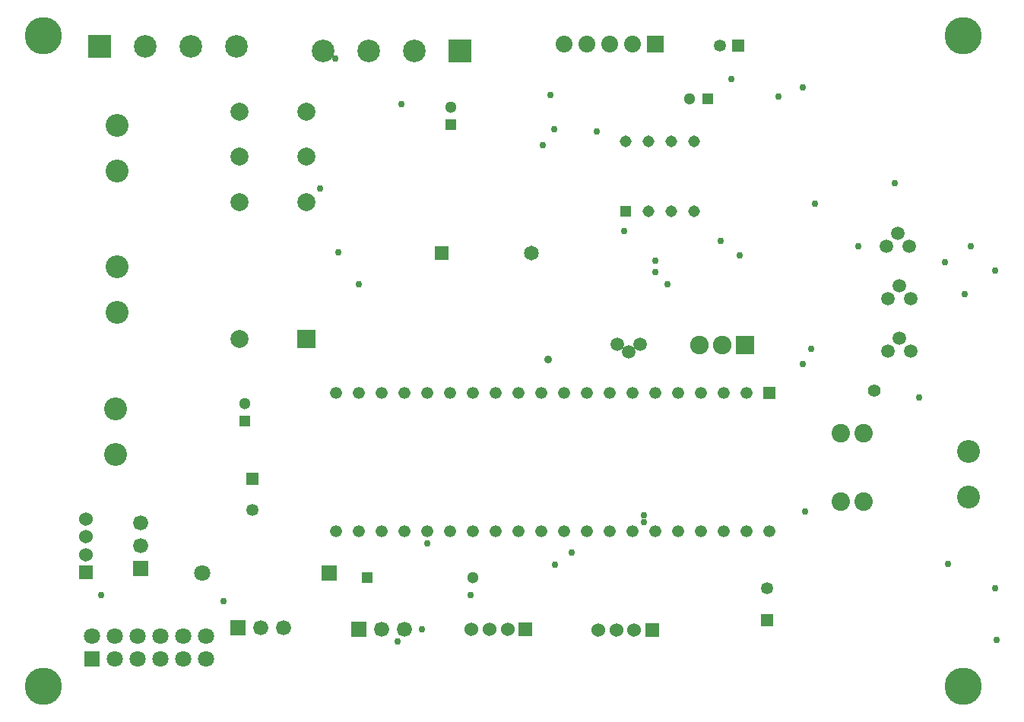
<source format=gbs>
G04*
G04 #@! TF.GenerationSoftware,Altium Limited,Altium Designer,22.2.1 (43)*
G04*
G04 Layer_Color=16711935*
%FSLAX25Y25*%
%MOIN*%
G70*
G04*
G04 #@! TF.SameCoordinates,9B2A0443-DB6B-4A28-8C2A-7826D6EB9F8E*
G04*
G04*
G04 #@! TF.FilePolarity,Negative*
G04*
G01*
G75*
%ADD26R,0.07087X0.07087*%
%ADD27C,0.07087*%
%ADD28C,0.05906*%
%ADD29R,0.06028X0.06028*%
%ADD30C,0.06028*%
%ADD31R,0.05315X0.05315*%
%ADD32C,0.05315*%
%ADD33C,0.07874*%
%ADD34R,0.07874X0.07874*%
%ADD35C,0.10039*%
%ADD36C,0.05118*%
%ADD37R,0.05118X0.05118*%
%ADD38R,0.06496X0.06496*%
%ADD39C,0.06496*%
%ADD40C,0.09921*%
%ADD41R,0.09921X0.09921*%
%ADD42C,0.08150*%
%ADD43R,0.08150X0.08150*%
%ADD44R,0.05252X0.05252*%
%ADD45C,0.05252*%
%ADD46C,0.16339*%
%ADD47C,0.05150*%
%ADD48R,0.05150X0.05150*%
%ADD49R,0.05118X0.05118*%
%ADD50C,0.06614*%
%ADD51R,0.06614X0.06614*%
%ADD52R,0.05315X0.05315*%
%ADD53C,0.07382*%
%ADD54R,0.07382X0.07382*%
%ADD55R,0.06028X0.06028*%
%ADD56R,0.06614X0.06614*%
%ADD57C,0.08091*%
%ADD58C,0.02953*%
%ADD59C,0.05591*%
%ADD60C,0.03591*%
D26*
X228000Y140000D02*
D03*
X332000Y177500D02*
D03*
D27*
X228000Y150000D02*
D03*
X238000Y140000D02*
D03*
Y150000D02*
D03*
X248000Y140000D02*
D03*
Y150000D02*
D03*
X258000Y140000D02*
D03*
Y150000D02*
D03*
X268000Y140000D02*
D03*
Y150000D02*
D03*
X278000Y140000D02*
D03*
Y150000D02*
D03*
X276488Y177500D02*
D03*
D28*
X577000Y274937D02*
D03*
X582000Y280437D02*
D03*
X587000Y274937D02*
D03*
X577000Y298000D02*
D03*
X582000Y303500D02*
D03*
X587000Y298000D02*
D03*
X576500Y321000D02*
D03*
X581500Y326500D02*
D03*
X586500Y321000D02*
D03*
X458500Y278000D02*
D03*
X463500Y274654D02*
D03*
X468500Y278000D02*
D03*
D29*
X473748Y152500D02*
D03*
X418248Y153000D02*
D03*
D30*
X465874Y152500D02*
D03*
X458000D02*
D03*
X450126D02*
D03*
X394626Y153000D02*
D03*
X402500D02*
D03*
X410374D02*
D03*
X225500Y185626D02*
D03*
Y193500D02*
D03*
Y201374D02*
D03*
D31*
X524000Y157000D02*
D03*
X298500Y219000D02*
D03*
D32*
X524000Y170780D02*
D03*
X298500Y205220D02*
D03*
X503500Y409000D02*
D03*
D33*
X322264Y379929D02*
D03*
Y360087D02*
D03*
Y340244D02*
D03*
X292736Y379929D02*
D03*
Y360087D02*
D03*
Y340244D02*
D03*
Y280165D02*
D03*
D34*
X322264D02*
D03*
D35*
X239000Y374000D02*
D03*
Y354000D02*
D03*
Y312000D02*
D03*
Y292000D02*
D03*
X238500Y229500D02*
D03*
Y249500D02*
D03*
X612500Y231000D02*
D03*
Y211000D02*
D03*
D36*
X295000Y252000D02*
D03*
X395000Y175500D02*
D03*
X385500Y382000D02*
D03*
X490126Y385500D02*
D03*
D37*
X295000Y244126D02*
D03*
X385500Y374126D02*
D03*
D38*
X381500Y318000D02*
D03*
D39*
X420870D02*
D03*
D40*
X329500Y406500D02*
D03*
X349500D02*
D03*
X369500D02*
D03*
X291500Y408500D02*
D03*
X271500D02*
D03*
X251500D02*
D03*
D41*
X389500Y406500D02*
D03*
X231500Y408500D02*
D03*
D42*
X494500Y277500D02*
D03*
X504500D02*
D03*
D43*
X514500D02*
D03*
D44*
X525000Y256500D02*
D03*
D45*
X515000D02*
D03*
X505000D02*
D03*
X495000D02*
D03*
X485000D02*
D03*
X475000D02*
D03*
X465000D02*
D03*
X455000D02*
D03*
X445000D02*
D03*
X435000D02*
D03*
X425000D02*
D03*
X415000D02*
D03*
X405000D02*
D03*
X395000D02*
D03*
X385000D02*
D03*
X375000D02*
D03*
X365000D02*
D03*
X355000D02*
D03*
X345000D02*
D03*
X335000D02*
D03*
Y195752D02*
D03*
X345000D02*
D03*
X355000D02*
D03*
X365000D02*
D03*
X375000D02*
D03*
X385000D02*
D03*
X395000D02*
D03*
X405000D02*
D03*
X415000D02*
D03*
X425000D02*
D03*
X435000D02*
D03*
X445000D02*
D03*
X455000D02*
D03*
X465000D02*
D03*
X475000D02*
D03*
X485000D02*
D03*
X495000D02*
D03*
X505000D02*
D03*
X515000D02*
D03*
X525000D02*
D03*
D46*
X206693Y413386D02*
D03*
Y127953D02*
D03*
X610236D02*
D03*
Y413386D02*
D03*
D47*
X462000Y367000D02*
D03*
X472000D02*
D03*
X482000D02*
D03*
X492000D02*
D03*
Y336252D02*
D03*
X482000D02*
D03*
X472000D02*
D03*
D48*
X462000D02*
D03*
D49*
X348937Y175500D02*
D03*
X498000Y385500D02*
D03*
D50*
X365000Y153000D02*
D03*
X355000D02*
D03*
X302000Y153500D02*
D03*
X312000D02*
D03*
X249500Y189500D02*
D03*
Y199500D02*
D03*
D51*
X345000Y153000D02*
D03*
X292000Y153500D02*
D03*
D52*
X511374Y409000D02*
D03*
D53*
X435000Y409500D02*
D03*
X445000D02*
D03*
X455000D02*
D03*
X465000D02*
D03*
D54*
X475000D02*
D03*
D55*
X225500Y177752D02*
D03*
D56*
X249500Y179500D02*
D03*
D57*
X566500Y239000D02*
D03*
X556500D02*
D03*
Y209000D02*
D03*
X566500D02*
D03*
D58*
X232000Y168000D02*
D03*
X602000Y314000D02*
D03*
X529000Y386600D02*
D03*
X334946Y403242D02*
D03*
X328100Y346300D02*
D03*
X394000Y168000D02*
D03*
X363900Y383100D02*
D03*
X610700Y300000D02*
D03*
X508400Y394400D02*
D03*
X470000Y203000D02*
D03*
X580019Y348700D02*
D03*
X590900Y254500D02*
D03*
X539748Y269300D02*
D03*
X449600Y371100D02*
D03*
X545000Y339481D02*
D03*
X624004Y310276D02*
D03*
X613496Y320784D02*
D03*
X624004Y170780D02*
D03*
X603500Y181600D02*
D03*
X431200Y181400D02*
D03*
X540719Y204681D02*
D03*
X461504Y327500D02*
D03*
X430900Y372400D02*
D03*
X425700Y365200D02*
D03*
X336100Y318300D02*
D03*
X362200Y147500D02*
D03*
X285800Y165200D02*
D03*
X503700Y323400D02*
D03*
X475200Y314600D02*
D03*
X470000Y199883D02*
D03*
X564000Y321000D02*
D03*
X345200Y304400D02*
D03*
X372800Y153000D02*
D03*
X480500Y304100D02*
D03*
X375100Y190700D02*
D03*
X438600Y186452D02*
D03*
X624800Y148200D02*
D03*
X429200Y387300D02*
D03*
X539800Y390600D02*
D03*
X475200Y309500D02*
D03*
X512200Y316800D02*
D03*
X543500Y275900D02*
D03*
D59*
X571264Y257500D02*
D03*
D60*
X428100Y271400D02*
D03*
M02*

</source>
